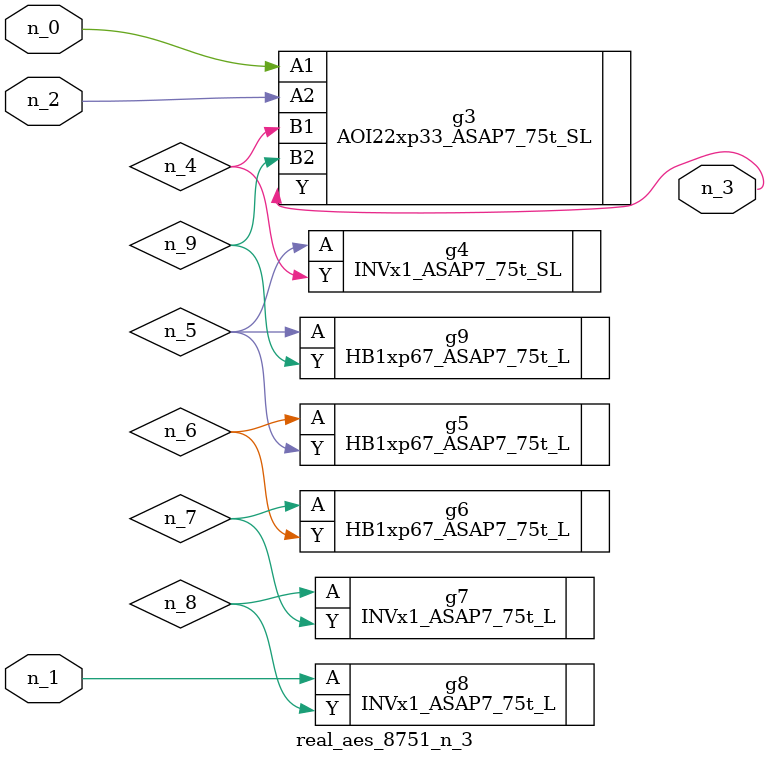
<source format=v>
module real_aes_8751_n_3 (n_0, n_2, n_1, n_3);
input n_0;
input n_2;
input n_1;
output n_3;
wire n_4;
wire n_5;
wire n_7;
wire n_9;
wire n_6;
wire n_8;
AOI22xp33_ASAP7_75t_SL g3 ( .A1(n_0), .A2(n_2), .B1(n_4), .B2(n_9), .Y(n_3) );
INVx1_ASAP7_75t_L g8 ( .A(n_1), .Y(n_8) );
INVx1_ASAP7_75t_SL g4 ( .A(n_5), .Y(n_4) );
HB1xp67_ASAP7_75t_L g9 ( .A(n_5), .Y(n_9) );
HB1xp67_ASAP7_75t_L g5 ( .A(n_6), .Y(n_5) );
HB1xp67_ASAP7_75t_L g6 ( .A(n_7), .Y(n_6) );
INVx1_ASAP7_75t_L g7 ( .A(n_8), .Y(n_7) );
endmodule
</source>
